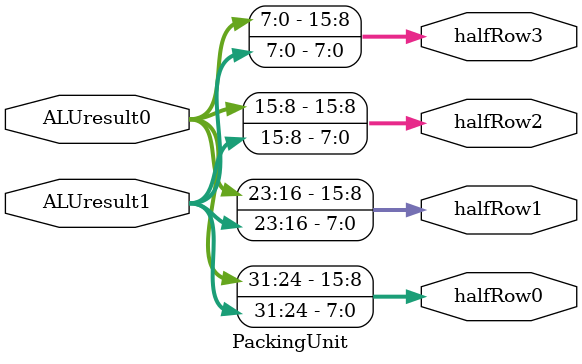
<source format=sv>
module PackingUnit(
    input logic [31:0] ALUresult0, ALUresult1,
    //input logic MCMode, // Bandera para seleccionar modo MixColumns
    output logic [15:0] halfRow0,halfRow1,halfRow2,halfRow3
);

	assign halfRow0 = {ALUresult0[31:24], ALUresult1[31:24]};
	assign halfRow1 = {ALUresult0[23:16], ALUresult1[23:16]};
	assign halfRow2 = {ALUresult0[15:8], ALUresult1[15:8]};
	assign halfRow3 = {ALUresult0[7:0], ALUresult1[7:0]};

endmodule

</source>
